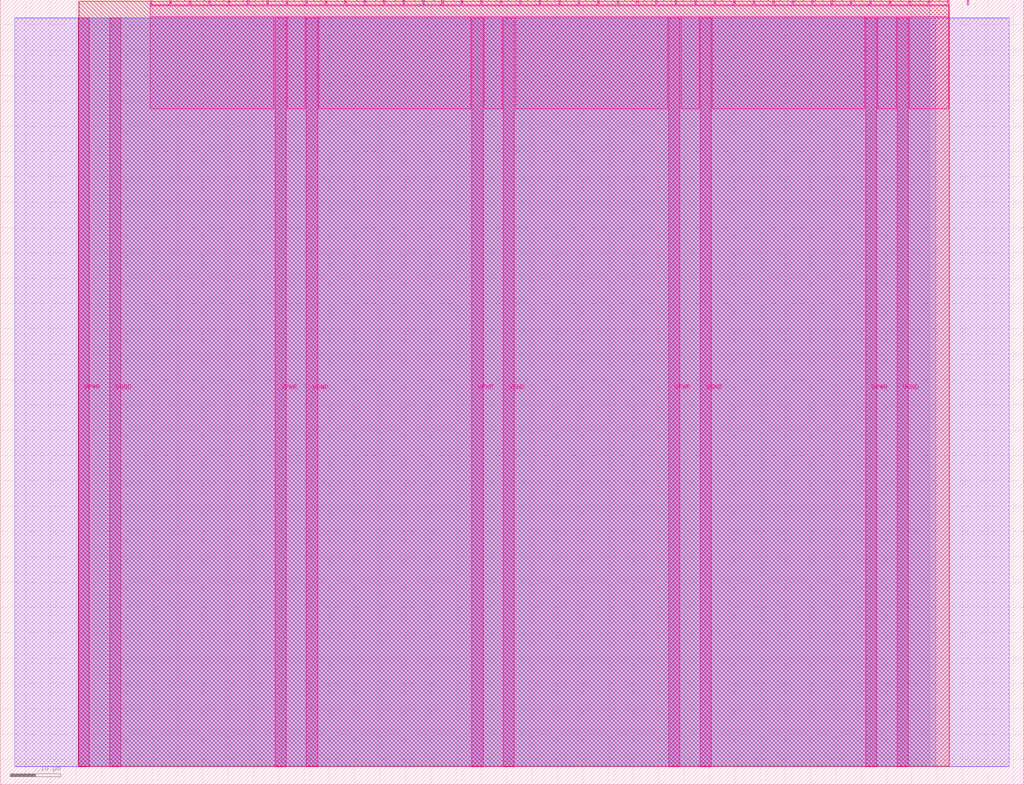
<source format=lef>
VERSION 5.7 ;
  NOWIREEXTENSIONATPIN ON ;
  DIVIDERCHAR "/" ;
  BUSBITCHARS "[]" ;
MACRO tt_um_VanceWiberg_top
  CLASS BLOCK ;
  FOREIGN tt_um_VanceWiberg_top ;
  ORIGIN 0.000 0.000 ;
  SIZE 202.080 BY 154.980 ;
  PIN VGND
    DIRECTION INOUT ;
    USE GROUND ;
    PORT
      LAYER Metal5 ;
        RECT 21.580 3.560 23.780 151.420 ;
    END
    PORT
      LAYER Metal5 ;
        RECT 60.450 3.560 62.650 151.420 ;
    END
    PORT
      LAYER Metal5 ;
        RECT 99.320 3.560 101.520 151.420 ;
    END
    PORT
      LAYER Metal5 ;
        RECT 138.190 3.560 140.390 151.420 ;
    END
    PORT
      LAYER Metal5 ;
        RECT 177.060 3.560 179.260 151.420 ;
    END
  END VGND
  PIN VPWR
    DIRECTION INOUT ;
    USE POWER ;
    PORT
      LAYER Metal5 ;
        RECT 15.380 3.560 17.580 151.420 ;
    END
    PORT
      LAYER Metal5 ;
        RECT 54.250 3.560 56.450 151.420 ;
    END
    PORT
      LAYER Metal5 ;
        RECT 93.120 3.560 95.320 151.420 ;
    END
    PORT
      LAYER Metal5 ;
        RECT 131.990 3.560 134.190 151.420 ;
    END
    PORT
      LAYER Metal5 ;
        RECT 170.860 3.560 173.060 151.420 ;
    END
  END VPWR
  PIN clk
    DIRECTION INPUT ;
    USE SIGNAL ;
    ANTENNAGATEAREA 0.213200 ;
    PORT
      LAYER Metal5 ;
        RECT 187.050 153.980 187.350 154.980 ;
    END
  END clk
  PIN ena
    DIRECTION INPUT ;
    USE SIGNAL ;
    PORT
      LAYER Metal5 ;
        RECT 190.890 153.980 191.190 154.980 ;
    END
  END ena
  PIN rst_n
    DIRECTION INPUT ;
    USE SIGNAL ;
    ANTENNAGATEAREA 0.213200 ;
    PORT
      LAYER Metal5 ;
        RECT 183.210 153.980 183.510 154.980 ;
    END
  END rst_n
  PIN ui_in[0]
    DIRECTION INPUT ;
    USE SIGNAL ;
    ANTENNAGATEAREA 0.314600 ;
    PORT
      LAYER Metal5 ;
        RECT 179.370 153.980 179.670 154.980 ;
    END
  END ui_in[0]
  PIN ui_in[1]
    DIRECTION INPUT ;
    USE SIGNAL ;
    ANTENNAGATEAREA 0.180700 ;
    PORT
      LAYER Metal5 ;
        RECT 175.530 153.980 175.830 154.980 ;
    END
  END ui_in[1]
  PIN ui_in[2]
    DIRECTION INPUT ;
    USE SIGNAL ;
    PORT
      LAYER Metal5 ;
        RECT 171.690 153.980 171.990 154.980 ;
    END
  END ui_in[2]
  PIN ui_in[3]
    DIRECTION INPUT ;
    USE SIGNAL ;
    PORT
      LAYER Metal5 ;
        RECT 167.850 153.980 168.150 154.980 ;
    END
  END ui_in[3]
  PIN ui_in[4]
    DIRECTION INPUT ;
    USE SIGNAL ;
    PORT
      LAYER Metal5 ;
        RECT 164.010 153.980 164.310 154.980 ;
    END
  END ui_in[4]
  PIN ui_in[5]
    DIRECTION INPUT ;
    USE SIGNAL ;
    PORT
      LAYER Metal5 ;
        RECT 160.170 153.980 160.470 154.980 ;
    END
  END ui_in[5]
  PIN ui_in[6]
    DIRECTION INPUT ;
    USE SIGNAL ;
    PORT
      LAYER Metal5 ;
        RECT 156.330 153.980 156.630 154.980 ;
    END
  END ui_in[6]
  PIN ui_in[7]
    DIRECTION INPUT ;
    USE SIGNAL ;
    PORT
      LAYER Metal5 ;
        RECT 152.490 153.980 152.790 154.980 ;
    END
  END ui_in[7]
  PIN uio_in[0]
    DIRECTION INPUT ;
    USE SIGNAL ;
    PORT
      LAYER Metal5 ;
        RECT 148.650 153.980 148.950 154.980 ;
    END
  END uio_in[0]
  PIN uio_in[1]
    DIRECTION INPUT ;
    USE SIGNAL ;
    PORT
      LAYER Metal5 ;
        RECT 144.810 153.980 145.110 154.980 ;
    END
  END uio_in[1]
  PIN uio_in[2]
    DIRECTION INPUT ;
    USE SIGNAL ;
    PORT
      LAYER Metal5 ;
        RECT 140.970 153.980 141.270 154.980 ;
    END
  END uio_in[2]
  PIN uio_in[3]
    DIRECTION INPUT ;
    USE SIGNAL ;
    PORT
      LAYER Metal5 ;
        RECT 137.130 153.980 137.430 154.980 ;
    END
  END uio_in[3]
  PIN uio_in[4]
    DIRECTION INPUT ;
    USE SIGNAL ;
    PORT
      LAYER Metal5 ;
        RECT 133.290 153.980 133.590 154.980 ;
    END
  END uio_in[4]
  PIN uio_in[5]
    DIRECTION INPUT ;
    USE SIGNAL ;
    PORT
      LAYER Metal5 ;
        RECT 129.450 153.980 129.750 154.980 ;
    END
  END uio_in[5]
  PIN uio_in[6]
    DIRECTION INPUT ;
    USE SIGNAL ;
    PORT
      LAYER Metal5 ;
        RECT 125.610 153.980 125.910 154.980 ;
    END
  END uio_in[6]
  PIN uio_in[7]
    DIRECTION INPUT ;
    USE SIGNAL ;
    PORT
      LAYER Metal5 ;
        RECT 121.770 153.980 122.070 154.980 ;
    END
  END uio_in[7]
  PIN uio_oe[0]
    DIRECTION OUTPUT ;
    USE SIGNAL ;
    ANTENNADIFFAREA 0.392700 ;
    PORT
      LAYER Metal5 ;
        RECT 56.490 153.980 56.790 154.980 ;
    END
  END uio_oe[0]
  PIN uio_oe[1]
    DIRECTION OUTPUT ;
    USE SIGNAL ;
    ANTENNADIFFAREA 0.299200 ;
    PORT
      LAYER Metal5 ;
        RECT 52.650 153.980 52.950 154.980 ;
    END
  END uio_oe[1]
  PIN uio_oe[2]
    DIRECTION OUTPUT ;
    USE SIGNAL ;
    ANTENNADIFFAREA 0.299200 ;
    PORT
      LAYER Metal5 ;
        RECT 48.810 153.980 49.110 154.980 ;
    END
  END uio_oe[2]
  PIN uio_oe[3]
    DIRECTION OUTPUT ;
    USE SIGNAL ;
    ANTENNADIFFAREA 0.299200 ;
    PORT
      LAYER Metal5 ;
        RECT 44.970 153.980 45.270 154.980 ;
    END
  END uio_oe[3]
  PIN uio_oe[4]
    DIRECTION OUTPUT ;
    USE SIGNAL ;
    ANTENNADIFFAREA 0.299200 ;
    PORT
      LAYER Metal5 ;
        RECT 41.130 153.980 41.430 154.980 ;
    END
  END uio_oe[4]
  PIN uio_oe[5]
    DIRECTION OUTPUT ;
    USE SIGNAL ;
    ANTENNADIFFAREA 0.299200 ;
    PORT
      LAYER Metal5 ;
        RECT 37.290 153.980 37.590 154.980 ;
    END
  END uio_oe[5]
  PIN uio_oe[6]
    DIRECTION OUTPUT ;
    USE SIGNAL ;
    ANTENNADIFFAREA 0.299200 ;
    PORT
      LAYER Metal5 ;
        RECT 33.450 153.980 33.750 154.980 ;
    END
  END uio_oe[6]
  PIN uio_oe[7]
    DIRECTION OUTPUT ;
    USE SIGNAL ;
    ANTENNADIFFAREA 0.299200 ;
    PORT
      LAYER Metal5 ;
        RECT 29.610 153.980 29.910 154.980 ;
    END
  END uio_oe[7]
  PIN uio_out[0]
    DIRECTION OUTPUT ;
    USE SIGNAL ;
    ANTENNADIFFAREA 0.654800 ;
    PORT
      LAYER Metal5 ;
        RECT 87.210 153.980 87.510 154.980 ;
    END
  END uio_out[0]
  PIN uio_out[1]
    DIRECTION OUTPUT ;
    USE SIGNAL ;
    ANTENNADIFFAREA 0.299200 ;
    PORT
      LAYER Metal5 ;
        RECT 83.370 153.980 83.670 154.980 ;
    END
  END uio_out[1]
  PIN uio_out[2]
    DIRECTION OUTPUT ;
    USE SIGNAL ;
    ANTENNADIFFAREA 0.299200 ;
    PORT
      LAYER Metal5 ;
        RECT 79.530 153.980 79.830 154.980 ;
    END
  END uio_out[2]
  PIN uio_out[3]
    DIRECTION OUTPUT ;
    USE SIGNAL ;
    ANTENNADIFFAREA 0.299200 ;
    PORT
      LAYER Metal5 ;
        RECT 75.690 153.980 75.990 154.980 ;
    END
  END uio_out[3]
  PIN uio_out[4]
    DIRECTION OUTPUT ;
    USE SIGNAL ;
    ANTENNADIFFAREA 0.299200 ;
    PORT
      LAYER Metal5 ;
        RECT 71.850 153.980 72.150 154.980 ;
    END
  END uio_out[4]
  PIN uio_out[5]
    DIRECTION OUTPUT ;
    USE SIGNAL ;
    ANTENNADIFFAREA 0.299200 ;
    PORT
      LAYER Metal5 ;
        RECT 68.010 153.980 68.310 154.980 ;
    END
  END uio_out[5]
  PIN uio_out[6]
    DIRECTION OUTPUT ;
    USE SIGNAL ;
    ANTENNADIFFAREA 0.299200 ;
    PORT
      LAYER Metal5 ;
        RECT 64.170 153.980 64.470 154.980 ;
    END
  END uio_out[6]
  PIN uio_out[7]
    DIRECTION OUTPUT ;
    USE SIGNAL ;
    ANTENNADIFFAREA 0.299200 ;
    PORT
      LAYER Metal5 ;
        RECT 60.330 153.980 60.630 154.980 ;
    END
  END uio_out[7]
  PIN uo_out[0]
    DIRECTION OUTPUT ;
    USE SIGNAL ;
    ANTENNAGATEAREA 0.241800 ;
    ANTENNADIFFAREA 0.649200 ;
    PORT
      LAYER Metal5 ;
        RECT 117.930 153.980 118.230 154.980 ;
    END
  END uo_out[0]
  PIN uo_out[1]
    DIRECTION OUTPUT ;
    USE SIGNAL ;
    ANTENNAGATEAREA 0.241800 ;
    ANTENNADIFFAREA 0.649200 ;
    PORT
      LAYER Metal5 ;
        RECT 114.090 153.980 114.390 154.980 ;
    END
  END uo_out[1]
  PIN uo_out[2]
    DIRECTION OUTPUT ;
    USE SIGNAL ;
    ANTENNAGATEAREA 0.241800 ;
    ANTENNADIFFAREA 0.649200 ;
    PORT
      LAYER Metal5 ;
        RECT 110.250 153.980 110.550 154.980 ;
    END
  END uo_out[2]
  PIN uo_out[3]
    DIRECTION OUTPUT ;
    USE SIGNAL ;
    ANTENNAGATEAREA 0.241800 ;
    ANTENNADIFFAREA 0.649200 ;
    PORT
      LAYER Metal5 ;
        RECT 106.410 153.980 106.710 154.980 ;
    END
  END uo_out[3]
  PIN uo_out[4]
    DIRECTION OUTPUT ;
    USE SIGNAL ;
    ANTENNAGATEAREA 0.241800 ;
    ANTENNADIFFAREA 0.649200 ;
    PORT
      LAYER Metal5 ;
        RECT 102.570 153.980 102.870 154.980 ;
    END
  END uo_out[4]
  PIN uo_out[5]
    DIRECTION OUTPUT ;
    USE SIGNAL ;
    ANTENNAGATEAREA 0.241800 ;
    ANTENNADIFFAREA 0.649200 ;
    PORT
      LAYER Metal5 ;
        RECT 98.730 153.980 99.030 154.980 ;
    END
  END uo_out[5]
  PIN uo_out[6]
    DIRECTION OUTPUT ;
    USE SIGNAL ;
    ANTENNAGATEAREA 0.241800 ;
    ANTENNADIFFAREA 0.649200 ;
    PORT
      LAYER Metal5 ;
        RECT 94.890 153.980 95.190 154.980 ;
    END
  END uo_out[6]
  PIN uo_out[7]
    DIRECTION OUTPUT ;
    USE SIGNAL ;
    ANTENNAGATEAREA 0.241800 ;
    ANTENNADIFFAREA 0.649200 ;
    PORT
      LAYER Metal5 ;
        RECT 91.050 153.980 91.350 154.980 ;
    END
  END uo_out[7]
  OBS
      LAYER GatPoly ;
        RECT 2.880 3.630 199.200 151.350 ;
      LAYER Metal1 ;
        RECT 2.880 3.560 199.200 151.420 ;
      LAYER Metal2 ;
        RECT 15.515 3.680 184.705 151.300 ;
      LAYER Metal3 ;
        RECT 15.560 3.635 183.460 154.705 ;
      LAYER Metal4 ;
        RECT 15.515 3.680 187.345 154.660 ;
      LAYER Metal5 ;
        RECT 30.120 153.770 33.240 153.980 ;
        RECT 33.960 153.770 37.080 153.980 ;
        RECT 37.800 153.770 40.920 153.980 ;
        RECT 41.640 153.770 44.760 153.980 ;
        RECT 45.480 153.770 48.600 153.980 ;
        RECT 49.320 153.770 52.440 153.980 ;
        RECT 53.160 153.770 56.280 153.980 ;
        RECT 57.000 153.770 60.120 153.980 ;
        RECT 60.840 153.770 63.960 153.980 ;
        RECT 64.680 153.770 67.800 153.980 ;
        RECT 68.520 153.770 71.640 153.980 ;
        RECT 72.360 153.770 75.480 153.980 ;
        RECT 76.200 153.770 79.320 153.980 ;
        RECT 80.040 153.770 83.160 153.980 ;
        RECT 83.880 153.770 87.000 153.980 ;
        RECT 87.720 153.770 90.840 153.980 ;
        RECT 91.560 153.770 94.680 153.980 ;
        RECT 95.400 153.770 98.520 153.980 ;
        RECT 99.240 153.770 102.360 153.980 ;
        RECT 103.080 153.770 106.200 153.980 ;
        RECT 106.920 153.770 110.040 153.980 ;
        RECT 110.760 153.770 113.880 153.980 ;
        RECT 114.600 153.770 117.720 153.980 ;
        RECT 118.440 153.770 121.560 153.980 ;
        RECT 122.280 153.770 125.400 153.980 ;
        RECT 126.120 153.770 129.240 153.980 ;
        RECT 129.960 153.770 133.080 153.980 ;
        RECT 133.800 153.770 136.920 153.980 ;
        RECT 137.640 153.770 140.760 153.980 ;
        RECT 141.480 153.770 144.600 153.980 ;
        RECT 145.320 153.770 148.440 153.980 ;
        RECT 149.160 153.770 152.280 153.980 ;
        RECT 153.000 153.770 156.120 153.980 ;
        RECT 156.840 153.770 159.960 153.980 ;
        RECT 160.680 153.770 163.800 153.980 ;
        RECT 164.520 153.770 167.640 153.980 ;
        RECT 168.360 153.770 171.480 153.980 ;
        RECT 172.200 153.770 175.320 153.980 ;
        RECT 176.040 153.770 179.160 153.980 ;
        RECT 179.880 153.770 183.000 153.980 ;
        RECT 183.720 153.770 186.840 153.980 ;
        RECT 29.660 151.630 187.300 153.770 ;
        RECT 29.660 133.415 54.040 151.630 ;
        RECT 56.660 133.415 60.240 151.630 ;
        RECT 62.860 133.415 92.910 151.630 ;
        RECT 95.530 133.415 99.110 151.630 ;
        RECT 101.730 133.415 131.780 151.630 ;
        RECT 134.400 133.415 137.980 151.630 ;
        RECT 140.600 133.415 170.650 151.630 ;
        RECT 173.270 133.415 176.850 151.630 ;
        RECT 179.470 133.415 187.300 151.630 ;
  END
END tt_um_VanceWiberg_top
END LIBRARY


</source>
